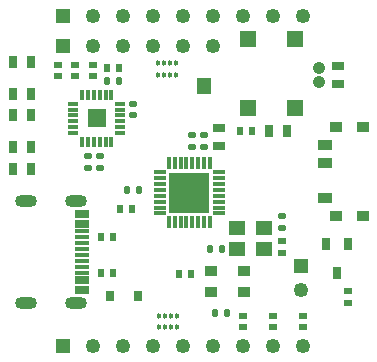
<source format=gts>
G04*
G04 #@! TF.GenerationSoftware,Altium Limited,Altium Designer,23.8.1 (32)*
G04*
G04 Layer_Color=8388736*
%FSLAX43Y43*%
%MOMM*%
G71*
G04*
G04 #@! TF.SameCoordinates,8A790615-D0E5-43D8-8956-367088579B57*
G04*
G04*
G04 #@! TF.FilePolarity,Negative*
G04*
G01*
G75*
%ADD46R,0.380X1.000*%
%ADD47R,1.000X0.380*%
%ADD48R,3.350X3.350*%
G04:AMPARAMS|DCode=49|XSize=0.55mm|YSize=0.65mm|CornerRadius=0.15mm|HoleSize=0mm|Usage=FLASHONLY|Rotation=0.000|XOffset=0mm|YOffset=0mm|HoleType=Round|Shape=RoundedRectangle|*
%AMROUNDEDRECTD49*
21,1,0.550,0.350,0,0,0.0*
21,1,0.250,0.650,0,0,0.0*
1,1,0.300,0.125,-0.175*
1,1,0.300,-0.125,-0.175*
1,1,0.300,-0.125,0.175*
1,1,0.300,0.125,0.175*
%
%ADD49ROUNDEDRECTD49*%
G04:AMPARAMS|DCode=50|XSize=0.75mm|YSize=1.05mm|CornerRadius=0.2mm|HoleSize=0mm|Usage=FLASHONLY|Rotation=270.000|XOffset=0mm|YOffset=0mm|HoleType=Round|Shape=RoundedRectangle|*
%AMROUNDEDRECTD50*
21,1,0.750,0.650,0,0,270.0*
21,1,0.350,1.050,0,0,270.0*
1,1,0.400,-0.325,-0.175*
1,1,0.400,-0.325,0.175*
1,1,0.400,0.325,0.175*
1,1,0.400,0.325,-0.175*
%
%ADD50ROUNDEDRECTD50*%
G04:AMPARAMS|DCode=51|XSize=0.55mm|YSize=0.65mm|CornerRadius=0.15mm|HoleSize=0mm|Usage=FLASHONLY|Rotation=270.000|XOffset=0mm|YOffset=0mm|HoleType=Round|Shape=RoundedRectangle|*
%AMROUNDEDRECTD51*
21,1,0.550,0.350,0,0,270.0*
21,1,0.250,0.650,0,0,270.0*
1,1,0.300,-0.175,-0.125*
1,1,0.300,-0.175,0.125*
1,1,0.300,0.175,0.125*
1,1,0.300,0.175,-0.125*
%
%ADD51ROUNDEDRECTD51*%
G04:AMPARAMS|DCode=52|XSize=0.75mm|YSize=1.05mm|CornerRadius=0.2mm|HoleSize=0mm|Usage=FLASHONLY|Rotation=0.000|XOffset=0mm|YOffset=0mm|HoleType=Round|Shape=RoundedRectangle|*
%AMROUNDEDRECTD52*
21,1,0.750,0.650,0,0,0.0*
21,1,0.350,1.050,0,0,0.0*
1,1,0.400,0.175,-0.325*
1,1,0.400,-0.175,-0.325*
1,1,0.400,-0.175,0.325*
1,1,0.400,0.175,0.325*
%
%ADD52ROUNDEDRECTD52*%
%ADD53R,1.350X1.150*%
%ADD54R,1.200X0.350*%
%ADD55R,1.200X0.650*%
%ADD56R,0.700X1.000*%
%ADD57R,1.050X0.850*%
%ADD58R,0.750X1.050*%
%ADD59R,0.650X0.850*%
%ADD60R,0.980X0.850*%
%ADD61R,1.300X0.950*%
%ADD62R,1.200X0.700*%
%ADD63R,1.450X1.450*%
%ADD64R,0.550X0.650*%
G04:AMPARAMS|DCode=65|XSize=0.3mm|YSize=0.45mm|CornerRadius=0.088mm|HoleSize=0mm|Usage=FLASHONLY|Rotation=0.000|XOffset=0mm|YOffset=0mm|HoleType=Round|Shape=RoundedRectangle|*
%AMROUNDEDRECTD65*
21,1,0.300,0.275,0,0,0.0*
21,1,0.125,0.450,0,0,0.0*
1,1,0.175,0.063,-0.138*
1,1,0.175,-0.063,-0.138*
1,1,0.175,-0.063,0.138*
1,1,0.175,0.063,0.138*
%
%ADD65ROUNDEDRECTD65*%
%ADD66R,0.650X0.550*%
%ADD67R,1.050X0.750*%
%ADD68R,0.850X0.350*%
%ADD69R,0.350X0.850*%
%ADD70R,1.550X1.550*%
%ADD71C,1.250*%
%ADD72R,1.250X1.250*%
%ADD73R,1.250X1.250*%
%ADD74C,1.050*%
%ADD75O,1.850X1.050*%
%ADD76C,0.050*%
%ADD77C,0.600*%
D46*
X14800Y12500D02*
D03*
X15300D02*
D03*
X15800D02*
D03*
X16300D02*
D03*
X16800D02*
D03*
X17300D02*
D03*
X17800D02*
D03*
X18300D02*
D03*
Y17500D02*
D03*
X17800D02*
D03*
X17300D02*
D03*
X16800D02*
D03*
X16300D02*
D03*
X15800D02*
D03*
X15300D02*
D03*
X14800D02*
D03*
D47*
X19050Y13250D02*
D03*
Y13750D02*
D03*
Y14250D02*
D03*
Y14750D02*
D03*
Y15250D02*
D03*
Y15750D02*
D03*
Y16250D02*
D03*
Y16750D02*
D03*
X14050D02*
D03*
Y16250D02*
D03*
Y15750D02*
D03*
Y15250D02*
D03*
Y14750D02*
D03*
Y14250D02*
D03*
Y13750D02*
D03*
Y13250D02*
D03*
D48*
X16550Y15000D02*
D03*
D49*
X19700Y4800D02*
D03*
X18700D02*
D03*
X9600Y24500D02*
D03*
X10600D02*
D03*
X11300Y15220D02*
D03*
X12300D02*
D03*
X19300Y10200D02*
D03*
X18300D02*
D03*
D50*
X29100Y25750D02*
D03*
Y24250D02*
D03*
D51*
X11780Y21550D02*
D03*
Y22550D02*
D03*
X8950Y18100D02*
D03*
Y17100D02*
D03*
X7975Y18100D02*
D03*
Y17100D02*
D03*
X24400Y12000D02*
D03*
Y13000D02*
D03*
X17800Y18900D02*
D03*
Y19900D02*
D03*
X16800Y18900D02*
D03*
Y19900D02*
D03*
D52*
X23300Y20200D02*
D03*
X24800D02*
D03*
D53*
X20600Y12000D02*
D03*
Y10200D02*
D03*
X22900D02*
D03*
Y12000D02*
D03*
D54*
X7487Y8750D02*
D03*
Y9750D02*
D03*
Y10250D02*
D03*
Y11250D02*
D03*
Y8250D02*
D03*
Y11750D02*
D03*
Y9250D02*
D03*
Y10750D02*
D03*
D55*
Y13200D02*
D03*
Y6800D02*
D03*
Y7600D02*
D03*
Y12400D02*
D03*
D56*
X29050Y8180D02*
D03*
X28100Y10650D02*
D03*
X30000D02*
D03*
D57*
X21200Y6600D02*
D03*
X18400D02*
D03*
X21200Y8400D02*
D03*
X18400D02*
D03*
D58*
X1650Y26055D02*
D03*
X3150D02*
D03*
Y23350D02*
D03*
X1650D02*
D03*
X3150Y21550D02*
D03*
X1650D02*
D03*
Y18850D02*
D03*
X3150D02*
D03*
X1650Y17050D02*
D03*
X3150D02*
D03*
D59*
X12200Y6300D02*
D03*
X9850D02*
D03*
D60*
X28965Y20600D02*
D03*
X31235D02*
D03*
X28965Y13000D02*
D03*
X31235D02*
D03*
D61*
X28025Y14550D02*
D03*
Y19050D02*
D03*
Y17550D02*
D03*
D62*
X17800Y23700D02*
D03*
Y24400D02*
D03*
D63*
X21550Y28000D02*
D03*
Y22200D02*
D03*
X25450Y28000D02*
D03*
Y22200D02*
D03*
D64*
X16700Y8100D02*
D03*
X15700D02*
D03*
X10600Y25550D02*
D03*
X9600D02*
D03*
X11650Y13600D02*
D03*
X10650D02*
D03*
X10100Y8250D02*
D03*
X9100D02*
D03*
X10100Y11250D02*
D03*
X9100D02*
D03*
X21850Y20200D02*
D03*
X20850D02*
D03*
D65*
X13900Y26000D02*
D03*
X14400D02*
D03*
X14900D02*
D03*
X15400D02*
D03*
X13900Y24998D02*
D03*
X14400Y24998D02*
D03*
X14900D02*
D03*
X15400D02*
D03*
X14000Y4602D02*
D03*
X14500D02*
D03*
X15000D02*
D03*
X15500D02*
D03*
X14000Y3600D02*
D03*
X14500Y3600D02*
D03*
X15000D02*
D03*
X15500D02*
D03*
D66*
X26160D02*
D03*
Y4600D02*
D03*
X23620Y3600D02*
D03*
Y4600D02*
D03*
X21080Y3600D02*
D03*
Y4600D02*
D03*
X30000Y5650D02*
D03*
Y6650D02*
D03*
X6900Y24850D02*
D03*
Y25850D02*
D03*
X8400Y24850D02*
D03*
Y25850D02*
D03*
X5400Y24850D02*
D03*
Y25850D02*
D03*
X24400Y9900D02*
D03*
Y10900D02*
D03*
D67*
X19050Y20450D02*
D03*
Y18950D02*
D03*
D68*
X6700Y22550D02*
D03*
Y22050D02*
D03*
Y21550D02*
D03*
Y21050D02*
D03*
Y20550D02*
D03*
Y20050D02*
D03*
X10700D02*
D03*
Y20550D02*
D03*
Y21050D02*
D03*
Y21550D02*
D03*
Y22050D02*
D03*
Y22550D02*
D03*
D69*
X7450Y19300D02*
D03*
X7950D02*
D03*
X8450D02*
D03*
X8950D02*
D03*
X9450D02*
D03*
X9950D02*
D03*
Y23300D02*
D03*
X9450D02*
D03*
X8950D02*
D03*
X8450D02*
D03*
X7950D02*
D03*
X7450D02*
D03*
D70*
X8700Y21300D02*
D03*
D71*
X26000Y6800D02*
D03*
X18538Y27430D02*
D03*
X15998D02*
D03*
X13458D02*
D03*
X10918D02*
D03*
X8378D02*
D03*
Y29970D02*
D03*
X10918D02*
D03*
X13458D02*
D03*
X15998D02*
D03*
X18538D02*
D03*
X21078D02*
D03*
X23618D02*
D03*
X26158D02*
D03*
X8380Y2030D02*
D03*
X10920D02*
D03*
X13460D02*
D03*
X16000D02*
D03*
X18540D02*
D03*
X21080D02*
D03*
X23620D02*
D03*
X26160D02*
D03*
D72*
X26000Y8800D02*
D03*
D73*
X5838Y27430D02*
D03*
Y29970D02*
D03*
X5840Y2030D02*
D03*
D74*
X27500Y25600D02*
D03*
Y24350D02*
D03*
D75*
X2732Y14320D02*
D03*
X6912D02*
D03*
X2732Y5680D02*
D03*
X6912D02*
D03*
D76*
X6412Y12890D02*
D03*
Y7110D02*
D03*
X30100Y18300D02*
D03*
Y15300D02*
D03*
X2506Y29506D02*
D03*
Y2506D02*
D03*
X29506D02*
D03*
Y29506D02*
D03*
D77*
X17617Y16072D02*
D03*
X15450Y13900D02*
D03*
Y15000D02*
D03*
Y16100D02*
D03*
X16550D02*
D03*
Y15000D02*
D03*
Y13900D02*
D03*
X17650D02*
D03*
Y15000D02*
D03*
M02*

</source>
